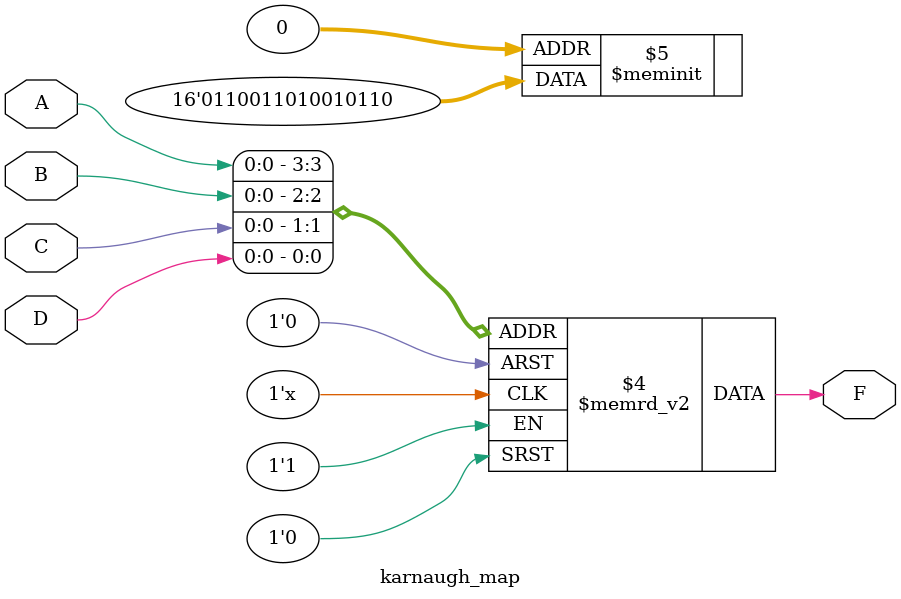
<source format=v>
module karnaugh_map(
  input wire A, B, C, D,
  output reg F
);

  always @(*) begin
    case ({A,B,C,D})
      4'b0000: F = 1'b0;
      4'b0001: F = 1'b1;
      4'b0010: F = 1'b1;
      4'b0011: F = 1'b0;
      4'b0100: F = 1'b1;
      4'b0101: F = 1'b0;
      4'b0110: F = 1'b0;
      4'b0111: F = 1'b1;
      4'b1000: F = 1'b0;
      4'b1001: F = 1'b1;
      4'b1010: F = 1'b1;
      4'b1011: F = 1'b0;
      4'b1100: F = 1'b0;
      4'b1101: F = 1'b1;
      4'b1110: F = 1'b1;
      4'b1111: F = 1'b0;
    endcase
  end

endmodule
</source>
